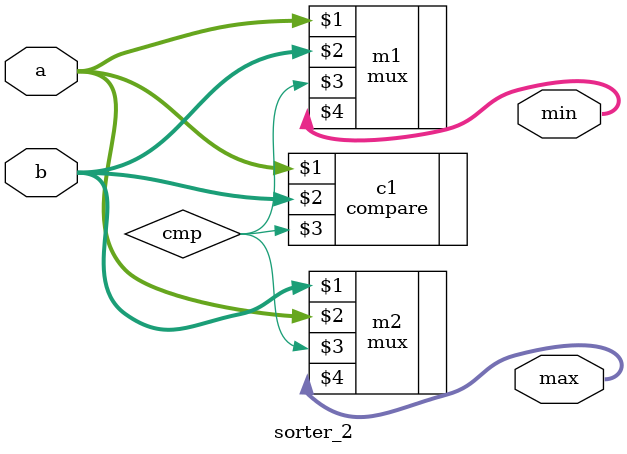
<source format=v>
module sorter_2(a,b,min,max);
input [7:0]a;
input [7:0]b;
output [7:0]min;
output [7:0]max;
wire cmp;
compare c1(a,b,cmp);
mux m1(a,b,cmp,min);
mux m2(b,a,cmp,max);
endmodule
</source>
